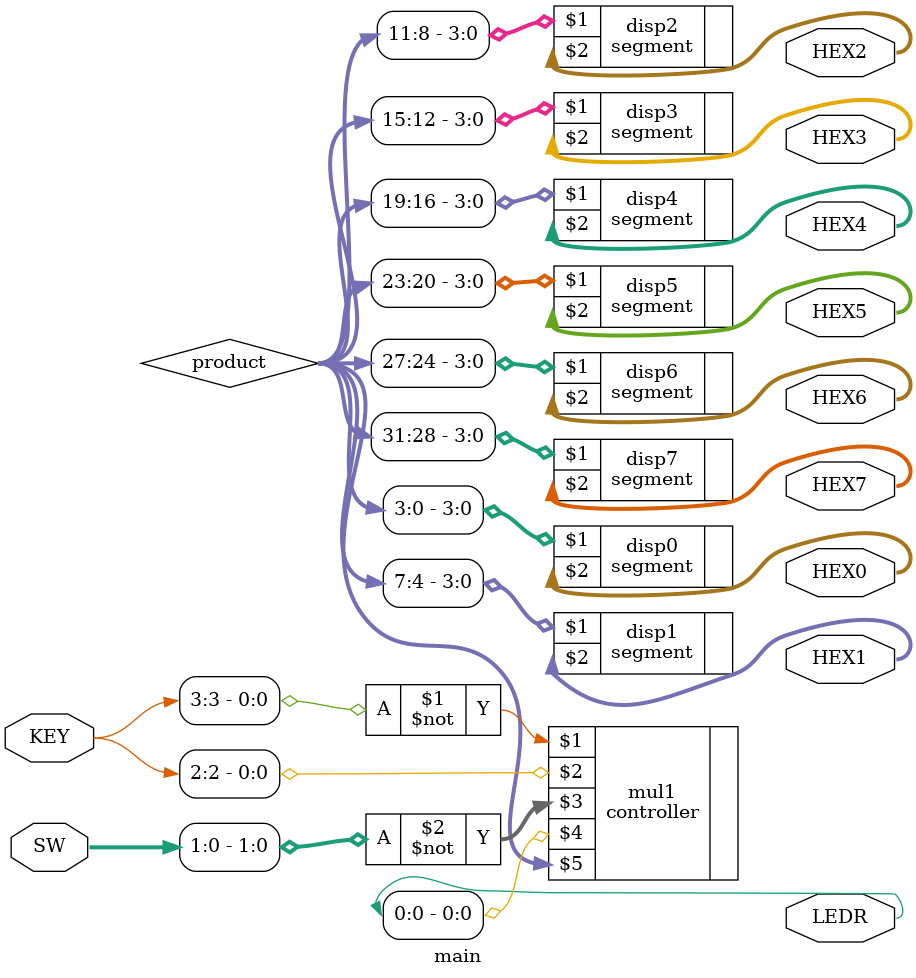
<source format=v>
module main(SW, KEY, LEDR, HEX0, HEX1, HEX2, HEX3, HEX4, HEX5, HEX6, HEX7);
	input [3:0] KEY;
	input [17:0] SW;
	output [17:0] LEDR;
	output [0:6] HEX0, HEX1, HEX2, HEX3, HEX4, HEX5, HEX6, HEX7;

	wire [31:0] product;

	controller mul1(~KEY[3], KEY[2], ~SW[1:0], LEDR[0], product);

	segment disp0(product[3:0], HEX0);
	segment disp1(product[7:4], HEX1);
	segment disp2(product[11:8], HEX2);
	segment disp3(product[15:12], HEX3);
	segment disp4(product[19:16], HEX4);
	segment disp5(product[23:20], HEX5);
	segment disp6(product[27:24], HEX6);
	segment disp7(product[31:28], HEX7);
endmodule

</source>
